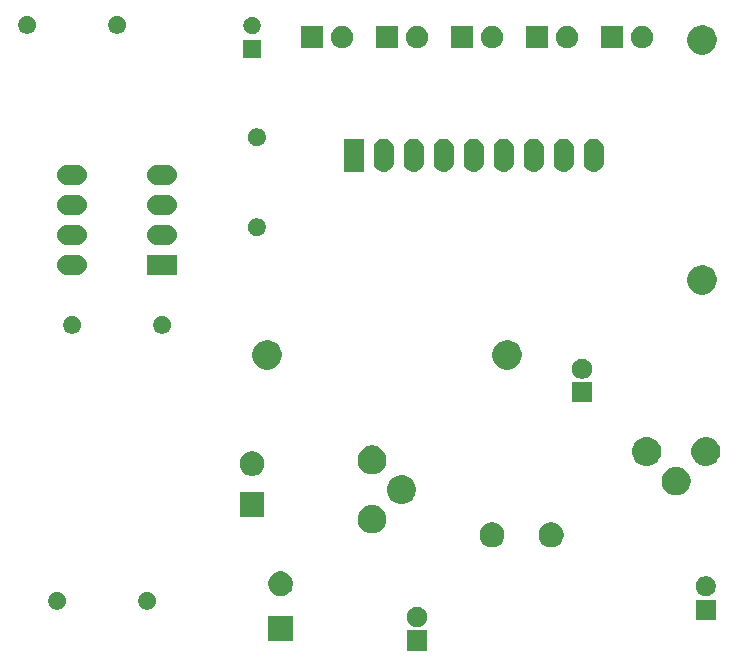
<source format=gbr>
G04 #@! TF.GenerationSoftware,KiCad,Pcbnew,5.1.5-52549c5~84~ubuntu18.04.1*
G04 #@! TF.CreationDate,2020-01-31T14:03:47+00:00*
G04 #@! TF.ProjectId,BrocheDisco,42726f63-6865-4446-9973-636f2e6b6963,rev?*
G04 #@! TF.SameCoordinates,Original*
G04 #@! TF.FileFunction,Soldermask,Bot*
G04 #@! TF.FilePolarity,Negative*
%FSLAX46Y46*%
G04 Gerber Fmt 4.6, Leading zero omitted, Abs format (unit mm)*
G04 Created by KiCad (PCBNEW 5.1.5-52549c5~84~ubuntu18.04.1) date 2020-01-31 14:03:47*
%MOMM*%
%LPD*%
G04 APERTURE LIST*
%ADD10C,0.100000*%
G04 APERTURE END LIST*
D10*
G36*
X156411000Y-106851000D02*
G01*
X154709000Y-106851000D01*
X154709000Y-105149000D01*
X156411000Y-105149000D01*
X156411000Y-106851000D01*
G37*
G36*
X145050490Y-106050490D02*
G01*
X142949510Y-106050490D01*
X142949510Y-103949510D01*
X145050490Y-103949510D01*
X145050490Y-106050490D01*
G37*
G36*
X155808228Y-103181703D02*
G01*
X155963100Y-103245853D01*
X156102481Y-103338985D01*
X156221015Y-103457519D01*
X156314147Y-103596900D01*
X156378297Y-103751772D01*
X156411000Y-103916184D01*
X156411000Y-104083816D01*
X156378297Y-104248228D01*
X156314147Y-104403100D01*
X156221015Y-104542481D01*
X156102481Y-104661015D01*
X155963100Y-104754147D01*
X155808228Y-104818297D01*
X155643816Y-104851000D01*
X155476184Y-104851000D01*
X155311772Y-104818297D01*
X155156900Y-104754147D01*
X155017519Y-104661015D01*
X154898985Y-104542481D01*
X154805853Y-104403100D01*
X154741703Y-104248228D01*
X154709000Y-104083816D01*
X154709000Y-103916184D01*
X154741703Y-103751772D01*
X154805853Y-103596900D01*
X154898985Y-103457519D01*
X155017519Y-103338985D01*
X155156900Y-103245853D01*
X155311772Y-103181703D01*
X155476184Y-103149000D01*
X155643816Y-103149000D01*
X155808228Y-103181703D01*
G37*
G36*
X180851000Y-104261000D02*
G01*
X179149000Y-104261000D01*
X179149000Y-102559000D01*
X180851000Y-102559000D01*
X180851000Y-104261000D01*
G37*
G36*
X125299059Y-101922860D02*
G01*
X125435732Y-101979472D01*
X125558735Y-102061660D01*
X125663340Y-102166265D01*
X125745528Y-102289268D01*
X125802140Y-102425941D01*
X125831000Y-102571033D01*
X125831000Y-102718967D01*
X125802140Y-102864059D01*
X125745528Y-103000732D01*
X125663340Y-103123735D01*
X125558735Y-103228340D01*
X125435732Y-103310528D01*
X125435731Y-103310529D01*
X125435730Y-103310529D01*
X125299059Y-103367140D01*
X125153968Y-103396000D01*
X125006032Y-103396000D01*
X124860941Y-103367140D01*
X124724270Y-103310529D01*
X124724269Y-103310529D01*
X124724268Y-103310528D01*
X124601265Y-103228340D01*
X124496660Y-103123735D01*
X124414472Y-103000732D01*
X124357860Y-102864059D01*
X124329000Y-102718967D01*
X124329000Y-102571033D01*
X124357860Y-102425941D01*
X124414472Y-102289268D01*
X124496660Y-102166265D01*
X124601265Y-102061660D01*
X124724268Y-101979472D01*
X124860941Y-101922860D01*
X125006032Y-101894000D01*
X125153968Y-101894000D01*
X125299059Y-101922860D01*
G37*
G36*
X132919059Y-101922860D02*
G01*
X133055732Y-101979472D01*
X133178735Y-102061660D01*
X133283340Y-102166265D01*
X133365528Y-102289268D01*
X133422140Y-102425941D01*
X133451000Y-102571033D01*
X133451000Y-102718967D01*
X133422140Y-102864059D01*
X133365528Y-103000732D01*
X133283340Y-103123735D01*
X133178735Y-103228340D01*
X133055732Y-103310528D01*
X133055731Y-103310529D01*
X133055730Y-103310529D01*
X132919059Y-103367140D01*
X132773968Y-103396000D01*
X132626032Y-103396000D01*
X132480941Y-103367140D01*
X132344270Y-103310529D01*
X132344269Y-103310529D01*
X132344268Y-103310528D01*
X132221265Y-103228340D01*
X132116660Y-103123735D01*
X132034472Y-103000732D01*
X131977860Y-102864059D01*
X131949000Y-102718967D01*
X131949000Y-102571033D01*
X131977860Y-102425941D01*
X132034472Y-102289268D01*
X132116660Y-102166265D01*
X132221265Y-102061660D01*
X132344268Y-101979472D01*
X132480941Y-101922860D01*
X132626032Y-101894000D01*
X132773968Y-101894000D01*
X132919059Y-101922860D01*
G37*
G36*
X180248228Y-100591703D02*
G01*
X180403100Y-100655853D01*
X180542481Y-100748985D01*
X180661015Y-100867519D01*
X180754147Y-101006900D01*
X180818297Y-101161772D01*
X180851000Y-101326184D01*
X180851000Y-101493816D01*
X180818297Y-101658228D01*
X180754147Y-101813100D01*
X180661015Y-101952481D01*
X180542481Y-102071015D01*
X180403100Y-102164147D01*
X180248228Y-102228297D01*
X180083816Y-102261000D01*
X179916184Y-102261000D01*
X179751772Y-102228297D01*
X179596900Y-102164147D01*
X179457519Y-102071015D01*
X179338985Y-101952481D01*
X179245853Y-101813100D01*
X179181703Y-101658228D01*
X179149000Y-101493816D01*
X179149000Y-101326184D01*
X179181703Y-101161772D01*
X179245853Y-101006900D01*
X179338985Y-100867519D01*
X179457519Y-100748985D01*
X179596900Y-100655853D01*
X179751772Y-100591703D01*
X179916184Y-100559000D01*
X180083816Y-100559000D01*
X180248228Y-100591703D01*
G37*
G36*
X144306416Y-100179879D02*
G01*
X144497592Y-100259067D01*
X144497594Y-100259068D01*
X144669648Y-100374031D01*
X144815969Y-100520352D01*
X144863646Y-100591705D01*
X144930933Y-100692408D01*
X145010121Y-100883584D01*
X145050490Y-101086534D01*
X145050490Y-101293466D01*
X145010121Y-101496416D01*
X144930933Y-101687592D01*
X144930932Y-101687594D01*
X144815969Y-101859648D01*
X144669648Y-102005969D01*
X144497594Y-102120932D01*
X144497593Y-102120933D01*
X144497592Y-102120933D01*
X144306416Y-102200121D01*
X144103466Y-102240490D01*
X143896534Y-102240490D01*
X143693584Y-102200121D01*
X143502408Y-102120933D01*
X143502407Y-102120933D01*
X143502406Y-102120932D01*
X143330352Y-102005969D01*
X143184031Y-101859648D01*
X143069068Y-101687594D01*
X143069067Y-101687592D01*
X142989879Y-101496416D01*
X142949510Y-101293466D01*
X142949510Y-101086534D01*
X142989879Y-100883584D01*
X143069067Y-100692408D01*
X143136355Y-100591705D01*
X143184031Y-100520352D01*
X143330352Y-100374031D01*
X143502406Y-100259068D01*
X143502408Y-100259067D01*
X143693584Y-100179879D01*
X143896534Y-100139510D01*
X144103466Y-100139510D01*
X144306416Y-100179879D01*
G37*
G36*
X167216564Y-96049389D02*
G01*
X167407833Y-96128615D01*
X167407835Y-96128616D01*
X167579973Y-96243635D01*
X167726365Y-96390027D01*
X167841385Y-96562167D01*
X167920611Y-96753436D01*
X167961000Y-96956484D01*
X167961000Y-97163516D01*
X167920611Y-97366564D01*
X167841385Y-97557833D01*
X167841384Y-97557835D01*
X167726365Y-97729973D01*
X167579973Y-97876365D01*
X167407835Y-97991384D01*
X167407834Y-97991385D01*
X167407833Y-97991385D01*
X167216564Y-98070611D01*
X167013516Y-98111000D01*
X166806484Y-98111000D01*
X166603436Y-98070611D01*
X166412167Y-97991385D01*
X166412166Y-97991385D01*
X166412165Y-97991384D01*
X166240027Y-97876365D01*
X166093635Y-97729973D01*
X165978616Y-97557835D01*
X165978615Y-97557833D01*
X165899389Y-97366564D01*
X165859000Y-97163516D01*
X165859000Y-96956484D01*
X165899389Y-96753436D01*
X165978615Y-96562167D01*
X166093635Y-96390027D01*
X166240027Y-96243635D01*
X166412165Y-96128616D01*
X166412167Y-96128615D01*
X166603436Y-96049389D01*
X166806484Y-96009000D01*
X167013516Y-96009000D01*
X167216564Y-96049389D01*
G37*
G36*
X162216564Y-96049389D02*
G01*
X162407833Y-96128615D01*
X162407835Y-96128616D01*
X162579973Y-96243635D01*
X162726365Y-96390027D01*
X162841385Y-96562167D01*
X162920611Y-96753436D01*
X162961000Y-96956484D01*
X162961000Y-97163516D01*
X162920611Y-97366564D01*
X162841385Y-97557833D01*
X162841384Y-97557835D01*
X162726365Y-97729973D01*
X162579973Y-97876365D01*
X162407835Y-97991384D01*
X162407834Y-97991385D01*
X162407833Y-97991385D01*
X162216564Y-98070611D01*
X162013516Y-98111000D01*
X161806484Y-98111000D01*
X161603436Y-98070611D01*
X161412167Y-97991385D01*
X161412166Y-97991385D01*
X161412165Y-97991384D01*
X161240027Y-97876365D01*
X161093635Y-97729973D01*
X160978616Y-97557835D01*
X160978615Y-97557833D01*
X160899389Y-97366564D01*
X160859000Y-97163516D01*
X160859000Y-96956484D01*
X160899389Y-96753436D01*
X160978615Y-96562167D01*
X161093635Y-96390027D01*
X161240027Y-96243635D01*
X161412165Y-96128616D01*
X161412167Y-96128615D01*
X161603436Y-96049389D01*
X161806484Y-96009000D01*
X162013516Y-96009000D01*
X162216564Y-96049389D01*
G37*
G36*
X152106153Y-94535922D02*
G01*
X152198194Y-94574047D01*
X152328359Y-94627963D01*
X152528342Y-94761587D01*
X152698413Y-94931658D01*
X152832037Y-95131641D01*
X152885953Y-95261806D01*
X152924078Y-95353847D01*
X152971000Y-95589742D01*
X152971000Y-95830258D01*
X152927413Y-96049389D01*
X152924078Y-96066152D01*
X152832037Y-96288359D01*
X152698413Y-96488342D01*
X152528342Y-96658413D01*
X152328359Y-96792037D01*
X152198194Y-96845953D01*
X152106153Y-96884078D01*
X151988205Y-96907539D01*
X151870259Y-96931000D01*
X151629741Y-96931000D01*
X151511795Y-96907539D01*
X151393847Y-96884078D01*
X151301806Y-96845953D01*
X151171641Y-96792037D01*
X150971658Y-96658413D01*
X150801587Y-96488342D01*
X150667963Y-96288359D01*
X150575922Y-96066152D01*
X150572588Y-96049389D01*
X150529000Y-95830258D01*
X150529000Y-95589742D01*
X150575922Y-95353847D01*
X150614047Y-95261806D01*
X150667963Y-95131641D01*
X150801587Y-94931658D01*
X150971658Y-94761587D01*
X151171641Y-94627963D01*
X151301806Y-94574047D01*
X151393847Y-94535922D01*
X151511795Y-94512461D01*
X151629741Y-94489000D01*
X151870259Y-94489000D01*
X152106153Y-94535922D01*
G37*
G36*
X142641000Y-95571000D02*
G01*
X140539000Y-95571000D01*
X140539000Y-93469000D01*
X142641000Y-93469000D01*
X142641000Y-95571000D01*
G37*
G36*
X154488205Y-92012461D02*
G01*
X154606153Y-92035922D01*
X154690838Y-92071000D01*
X154828359Y-92127963D01*
X155028342Y-92261587D01*
X155198413Y-92431658D01*
X155332037Y-92631641D01*
X155385953Y-92761806D01*
X155424078Y-92853847D01*
X155471000Y-93089742D01*
X155471000Y-93330258D01*
X155424078Y-93566153D01*
X155385953Y-93658194D01*
X155332037Y-93788359D01*
X155198413Y-93988342D01*
X155028342Y-94158413D01*
X154828359Y-94292037D01*
X154698194Y-94345953D01*
X154606153Y-94384078D01*
X154370259Y-94431000D01*
X154129741Y-94431000D01*
X153893847Y-94384078D01*
X153801806Y-94345953D01*
X153671641Y-94292037D01*
X153471658Y-94158413D01*
X153301587Y-93988342D01*
X153167963Y-93788359D01*
X153114047Y-93658194D01*
X153075922Y-93566153D01*
X153029000Y-93330258D01*
X153029000Y-93089742D01*
X153075922Y-92853847D01*
X153114047Y-92761806D01*
X153167963Y-92631641D01*
X153301587Y-92431658D01*
X153471658Y-92261587D01*
X153671641Y-92127963D01*
X153809162Y-92071000D01*
X153893847Y-92035922D01*
X154129741Y-91989000D01*
X154370259Y-91989000D01*
X154488205Y-92012461D01*
G37*
G36*
X177738205Y-91302461D02*
G01*
X177856153Y-91325922D01*
X177948194Y-91364047D01*
X178078359Y-91417963D01*
X178278342Y-91551587D01*
X178448413Y-91721658D01*
X178582037Y-91921641D01*
X178594357Y-91951385D01*
X178674078Y-92143847D01*
X178721000Y-92379742D01*
X178721000Y-92620258D01*
X178674537Y-92853847D01*
X178674078Y-92856152D01*
X178582037Y-93078359D01*
X178448413Y-93278342D01*
X178278342Y-93448413D01*
X178078359Y-93582037D01*
X177948194Y-93635953D01*
X177856153Y-93674078D01*
X177620259Y-93721000D01*
X177379741Y-93721000D01*
X177143847Y-93674078D01*
X177051806Y-93635953D01*
X176921641Y-93582037D01*
X176721658Y-93448413D01*
X176551587Y-93278342D01*
X176417963Y-93078359D01*
X176325922Y-92856152D01*
X176325464Y-92853847D01*
X176279000Y-92620258D01*
X176279000Y-92379742D01*
X176325922Y-92143847D01*
X176405643Y-91951385D01*
X176417963Y-91921641D01*
X176551587Y-91721658D01*
X176721658Y-91551587D01*
X176921641Y-91417963D01*
X177051806Y-91364047D01*
X177143847Y-91325922D01*
X177261795Y-91302461D01*
X177379741Y-91279000D01*
X177620259Y-91279000D01*
X177738205Y-91302461D01*
G37*
G36*
X141896564Y-90009389D02*
G01*
X142087833Y-90088615D01*
X142087835Y-90088616D01*
X142135192Y-90120259D01*
X142259973Y-90203635D01*
X142406365Y-90350027D01*
X142521385Y-90522167D01*
X142600611Y-90713436D01*
X142641000Y-90916484D01*
X142641000Y-91123516D01*
X142600611Y-91326564D01*
X142521385Y-91517833D01*
X142521384Y-91517835D01*
X142406365Y-91689973D01*
X142259973Y-91836365D01*
X142087835Y-91951384D01*
X142087834Y-91951385D01*
X142087833Y-91951385D01*
X141896564Y-92030611D01*
X141693516Y-92071000D01*
X141486484Y-92071000D01*
X141283436Y-92030611D01*
X141092167Y-91951385D01*
X141092166Y-91951385D01*
X141092165Y-91951384D01*
X140920027Y-91836365D01*
X140773635Y-91689973D01*
X140658616Y-91517835D01*
X140658615Y-91517833D01*
X140579389Y-91326564D01*
X140539000Y-91123516D01*
X140539000Y-90916484D01*
X140579389Y-90713436D01*
X140658615Y-90522167D01*
X140773635Y-90350027D01*
X140920027Y-90203635D01*
X141044808Y-90120259D01*
X141092165Y-90088616D01*
X141092167Y-90088615D01*
X141283436Y-90009389D01*
X141486484Y-89969000D01*
X141693516Y-89969000D01*
X141896564Y-90009389D01*
G37*
G36*
X152106153Y-89535922D02*
G01*
X152198194Y-89574047D01*
X152328359Y-89627963D01*
X152528342Y-89761587D01*
X152698413Y-89931658D01*
X152832037Y-90131641D01*
X152861858Y-90203635D01*
X152924078Y-90353847D01*
X152971000Y-90589742D01*
X152971000Y-90830258D01*
X152924078Y-91066153D01*
X152900318Y-91123514D01*
X152832037Y-91288359D01*
X152698413Y-91488342D01*
X152528342Y-91658413D01*
X152328359Y-91792037D01*
X152198194Y-91845953D01*
X152106153Y-91884078D01*
X151870259Y-91931000D01*
X151629741Y-91931000D01*
X151393847Y-91884078D01*
X151301806Y-91845953D01*
X151171641Y-91792037D01*
X150971658Y-91658413D01*
X150801587Y-91488342D01*
X150667963Y-91288359D01*
X150599682Y-91123514D01*
X150575922Y-91066153D01*
X150529000Y-90830258D01*
X150529000Y-90589742D01*
X150575922Y-90353847D01*
X150638142Y-90203635D01*
X150667963Y-90131641D01*
X150801587Y-89931658D01*
X150971658Y-89761587D01*
X151171641Y-89627963D01*
X151301806Y-89574047D01*
X151393847Y-89535922D01*
X151629741Y-89489000D01*
X151870259Y-89489000D01*
X152106153Y-89535922D01*
G37*
G36*
X180238205Y-88802461D02*
G01*
X180356153Y-88825922D01*
X180448194Y-88864047D01*
X180578359Y-88917963D01*
X180778342Y-89051587D01*
X180948413Y-89221658D01*
X181082037Y-89421641D01*
X181109938Y-89489000D01*
X181174078Y-89643847D01*
X181221000Y-89879742D01*
X181221000Y-90120258D01*
X181174537Y-90353847D01*
X181174078Y-90356152D01*
X181082037Y-90578359D01*
X180948413Y-90778342D01*
X180778342Y-90948413D01*
X180578359Y-91082037D01*
X180448194Y-91135953D01*
X180356153Y-91174078D01*
X180120259Y-91221000D01*
X179879741Y-91221000D01*
X179761795Y-91197539D01*
X179643847Y-91174078D01*
X179551806Y-91135953D01*
X179421641Y-91082037D01*
X179221658Y-90948413D01*
X179051587Y-90778342D01*
X178917963Y-90578359D01*
X178825922Y-90356152D01*
X178825464Y-90353847D01*
X178779000Y-90120258D01*
X178779000Y-89879742D01*
X178825922Y-89643847D01*
X178890062Y-89489000D01*
X178917963Y-89421641D01*
X179051587Y-89221658D01*
X179221658Y-89051587D01*
X179421641Y-88917963D01*
X179551806Y-88864047D01*
X179643847Y-88825922D01*
X179761795Y-88802461D01*
X179879741Y-88779000D01*
X180120259Y-88779000D01*
X180238205Y-88802461D01*
G37*
G36*
X175238205Y-88802461D02*
G01*
X175356153Y-88825922D01*
X175448194Y-88864047D01*
X175578359Y-88917963D01*
X175778342Y-89051587D01*
X175948413Y-89221658D01*
X176082037Y-89421641D01*
X176109938Y-89489000D01*
X176174078Y-89643847D01*
X176221000Y-89879742D01*
X176221000Y-90120258D01*
X176174537Y-90353847D01*
X176174078Y-90356152D01*
X176082037Y-90578359D01*
X175948413Y-90778342D01*
X175778342Y-90948413D01*
X175578359Y-91082037D01*
X175448194Y-91135953D01*
X175356153Y-91174078D01*
X175120259Y-91221000D01*
X174879741Y-91221000D01*
X174761795Y-91197539D01*
X174643847Y-91174078D01*
X174551806Y-91135953D01*
X174421641Y-91082037D01*
X174221658Y-90948413D01*
X174051587Y-90778342D01*
X173917963Y-90578359D01*
X173825922Y-90356152D01*
X173825464Y-90353847D01*
X173779000Y-90120258D01*
X173779000Y-89879742D01*
X173825922Y-89643847D01*
X173890062Y-89489000D01*
X173917963Y-89421641D01*
X174051587Y-89221658D01*
X174221658Y-89051587D01*
X174421641Y-88917963D01*
X174551806Y-88864047D01*
X174643847Y-88825922D01*
X174761795Y-88802461D01*
X174879741Y-88779000D01*
X175120259Y-88779000D01*
X175238205Y-88802461D01*
G37*
G36*
X170381000Y-85851000D02*
G01*
X168679000Y-85851000D01*
X168679000Y-84149000D01*
X170381000Y-84149000D01*
X170381000Y-85851000D01*
G37*
G36*
X169778228Y-82181703D02*
G01*
X169933100Y-82245853D01*
X170072481Y-82338985D01*
X170191015Y-82457519D01*
X170284147Y-82596900D01*
X170348297Y-82751772D01*
X170381000Y-82916184D01*
X170381000Y-83083816D01*
X170348297Y-83248228D01*
X170284147Y-83403100D01*
X170191015Y-83542481D01*
X170072481Y-83661015D01*
X169933100Y-83754147D01*
X169778228Y-83818297D01*
X169613816Y-83851000D01*
X169446184Y-83851000D01*
X169281772Y-83818297D01*
X169126900Y-83754147D01*
X168987519Y-83661015D01*
X168868985Y-83542481D01*
X168775853Y-83403100D01*
X168711703Y-83248228D01*
X168679000Y-83083816D01*
X168679000Y-82916184D01*
X168711703Y-82751772D01*
X168775853Y-82596900D01*
X168868985Y-82457519D01*
X168987519Y-82338985D01*
X169126900Y-82245853D01*
X169281772Y-82181703D01*
X169446184Y-82149000D01*
X169613816Y-82149000D01*
X169778228Y-82181703D01*
G37*
G36*
X143224903Y-80617075D02*
G01*
X143452571Y-80711378D01*
X143657466Y-80848285D01*
X143831715Y-81022534D01*
X143968622Y-81227429D01*
X144062925Y-81455097D01*
X144111000Y-81696787D01*
X144111000Y-81943213D01*
X144062925Y-82184903D01*
X143968622Y-82412571D01*
X143831715Y-82617466D01*
X143657466Y-82791715D01*
X143452571Y-82928622D01*
X143452570Y-82928623D01*
X143452569Y-82928623D01*
X143224903Y-83022925D01*
X142983214Y-83071000D01*
X142736786Y-83071000D01*
X142495097Y-83022925D01*
X142267431Y-82928623D01*
X142267430Y-82928623D01*
X142267429Y-82928622D01*
X142062534Y-82791715D01*
X141888285Y-82617466D01*
X141751378Y-82412571D01*
X141657075Y-82184903D01*
X141609000Y-81943213D01*
X141609000Y-81696787D01*
X141657075Y-81455097D01*
X141751378Y-81227429D01*
X141888285Y-81022534D01*
X142062534Y-80848285D01*
X142267429Y-80711378D01*
X142495097Y-80617075D01*
X142736786Y-80569000D01*
X142983214Y-80569000D01*
X143224903Y-80617075D01*
G37*
G36*
X163544903Y-80617075D02*
G01*
X163772571Y-80711378D01*
X163977466Y-80848285D01*
X164151715Y-81022534D01*
X164288622Y-81227429D01*
X164382925Y-81455097D01*
X164431000Y-81696787D01*
X164431000Y-81943213D01*
X164382925Y-82184903D01*
X164288622Y-82412571D01*
X164151715Y-82617466D01*
X163977466Y-82791715D01*
X163772571Y-82928622D01*
X163772570Y-82928623D01*
X163772569Y-82928623D01*
X163544903Y-83022925D01*
X163303214Y-83071000D01*
X163056786Y-83071000D01*
X162815097Y-83022925D01*
X162587431Y-82928623D01*
X162587430Y-82928623D01*
X162587429Y-82928622D01*
X162382534Y-82791715D01*
X162208285Y-82617466D01*
X162071378Y-82412571D01*
X161977075Y-82184903D01*
X161929000Y-81943213D01*
X161929000Y-81696787D01*
X161977075Y-81455097D01*
X162071378Y-81227429D01*
X162208285Y-81022534D01*
X162382534Y-80848285D01*
X162587429Y-80711378D01*
X162815097Y-80617075D01*
X163056786Y-80569000D01*
X163303214Y-80569000D01*
X163544903Y-80617075D01*
G37*
G36*
X134189059Y-78557860D02*
G01*
X134325732Y-78614472D01*
X134448735Y-78696660D01*
X134553340Y-78801265D01*
X134635528Y-78924268D01*
X134692140Y-79060941D01*
X134721000Y-79206033D01*
X134721000Y-79353967D01*
X134692140Y-79499059D01*
X134635528Y-79635732D01*
X134553340Y-79758735D01*
X134448735Y-79863340D01*
X134325732Y-79945528D01*
X134325731Y-79945529D01*
X134325730Y-79945529D01*
X134189059Y-80002140D01*
X134043968Y-80031000D01*
X133896032Y-80031000D01*
X133750941Y-80002140D01*
X133614270Y-79945529D01*
X133614269Y-79945529D01*
X133614268Y-79945528D01*
X133491265Y-79863340D01*
X133386660Y-79758735D01*
X133304472Y-79635732D01*
X133247860Y-79499059D01*
X133219000Y-79353967D01*
X133219000Y-79206033D01*
X133247860Y-79060941D01*
X133304472Y-78924268D01*
X133386660Y-78801265D01*
X133491265Y-78696660D01*
X133614268Y-78614472D01*
X133750941Y-78557860D01*
X133896032Y-78529000D01*
X134043968Y-78529000D01*
X134189059Y-78557860D01*
G37*
G36*
X126569059Y-78557860D02*
G01*
X126705732Y-78614472D01*
X126828735Y-78696660D01*
X126933340Y-78801265D01*
X127015528Y-78924268D01*
X127072140Y-79060941D01*
X127101000Y-79206033D01*
X127101000Y-79353967D01*
X127072140Y-79499059D01*
X127015528Y-79635732D01*
X126933340Y-79758735D01*
X126828735Y-79863340D01*
X126705732Y-79945528D01*
X126705731Y-79945529D01*
X126705730Y-79945529D01*
X126569059Y-80002140D01*
X126423968Y-80031000D01*
X126276032Y-80031000D01*
X126130941Y-80002140D01*
X125994270Y-79945529D01*
X125994269Y-79945529D01*
X125994268Y-79945528D01*
X125871265Y-79863340D01*
X125766660Y-79758735D01*
X125684472Y-79635732D01*
X125627860Y-79499059D01*
X125599000Y-79353967D01*
X125599000Y-79206033D01*
X125627860Y-79060941D01*
X125684472Y-78924268D01*
X125766660Y-78801265D01*
X125871265Y-78696660D01*
X125994268Y-78614472D01*
X126130941Y-78557860D01*
X126276032Y-78529000D01*
X126423968Y-78529000D01*
X126569059Y-78557860D01*
G37*
G36*
X180054903Y-74267075D02*
G01*
X180282571Y-74361378D01*
X180487466Y-74498285D01*
X180661715Y-74672534D01*
X180798622Y-74877429D01*
X180892925Y-75105097D01*
X180941000Y-75346787D01*
X180941000Y-75593213D01*
X180892925Y-75834903D01*
X180798622Y-76062571D01*
X180661715Y-76267466D01*
X180487466Y-76441715D01*
X180282571Y-76578622D01*
X180282570Y-76578623D01*
X180282569Y-76578623D01*
X180054903Y-76672925D01*
X179813214Y-76721000D01*
X179566786Y-76721000D01*
X179325097Y-76672925D01*
X179097431Y-76578623D01*
X179097430Y-76578623D01*
X179097429Y-76578622D01*
X178892534Y-76441715D01*
X178718285Y-76267466D01*
X178581378Y-76062571D01*
X178487075Y-75834903D01*
X178439000Y-75593213D01*
X178439000Y-75346787D01*
X178487075Y-75105097D01*
X178581378Y-74877429D01*
X178718285Y-74672534D01*
X178892534Y-74498285D01*
X179097429Y-74361378D01*
X179325097Y-74267075D01*
X179566786Y-74219000D01*
X179813214Y-74219000D01*
X180054903Y-74267075D01*
G37*
G36*
X126916823Y-73361313D02*
G01*
X127077242Y-73409976D01*
X127209906Y-73480886D01*
X127225078Y-73488996D01*
X127354659Y-73595341D01*
X127461004Y-73724922D01*
X127461005Y-73724924D01*
X127540024Y-73872758D01*
X127588687Y-74033177D01*
X127605117Y-74200000D01*
X127588687Y-74366823D01*
X127540024Y-74527242D01*
X127469114Y-74659906D01*
X127461004Y-74675078D01*
X127354659Y-74804659D01*
X127225078Y-74911004D01*
X127225076Y-74911005D01*
X127077242Y-74990024D01*
X126916823Y-75038687D01*
X126791804Y-75051000D01*
X125908196Y-75051000D01*
X125783177Y-75038687D01*
X125622758Y-74990024D01*
X125474924Y-74911005D01*
X125474922Y-74911004D01*
X125345341Y-74804659D01*
X125238996Y-74675078D01*
X125230886Y-74659906D01*
X125159976Y-74527242D01*
X125111313Y-74366823D01*
X125094883Y-74200000D01*
X125111313Y-74033177D01*
X125159976Y-73872758D01*
X125238995Y-73724924D01*
X125238996Y-73724922D01*
X125345341Y-73595341D01*
X125474922Y-73488996D01*
X125490094Y-73480886D01*
X125622758Y-73409976D01*
X125783177Y-73361313D01*
X125908196Y-73349000D01*
X126791804Y-73349000D01*
X126916823Y-73361313D01*
G37*
G36*
X135221000Y-75051000D02*
G01*
X132719000Y-75051000D01*
X132719000Y-73349000D01*
X135221000Y-73349000D01*
X135221000Y-75051000D01*
G37*
G36*
X134536823Y-70821313D02*
G01*
X134697242Y-70869976D01*
X134802115Y-70926032D01*
X134845078Y-70948996D01*
X134974659Y-71055341D01*
X135081004Y-71184922D01*
X135081005Y-71184924D01*
X135160024Y-71332758D01*
X135208687Y-71493177D01*
X135225117Y-71660000D01*
X135208687Y-71826823D01*
X135160024Y-71987242D01*
X135089114Y-72119906D01*
X135081004Y-72135078D01*
X134974659Y-72264659D01*
X134845078Y-72371004D01*
X134845076Y-72371005D01*
X134697242Y-72450024D01*
X134536823Y-72498687D01*
X134411804Y-72511000D01*
X133528196Y-72511000D01*
X133403177Y-72498687D01*
X133242758Y-72450024D01*
X133094924Y-72371005D01*
X133094922Y-72371004D01*
X132965341Y-72264659D01*
X132858996Y-72135078D01*
X132850886Y-72119906D01*
X132779976Y-71987242D01*
X132731313Y-71826823D01*
X132714883Y-71660000D01*
X132731313Y-71493177D01*
X132779976Y-71332758D01*
X132858995Y-71184924D01*
X132858996Y-71184922D01*
X132965341Y-71055341D01*
X133094922Y-70948996D01*
X133137885Y-70926032D01*
X133242758Y-70869976D01*
X133403177Y-70821313D01*
X133528196Y-70809000D01*
X134411804Y-70809000D01*
X134536823Y-70821313D01*
G37*
G36*
X126916823Y-70821313D02*
G01*
X127077242Y-70869976D01*
X127182115Y-70926032D01*
X127225078Y-70948996D01*
X127354659Y-71055341D01*
X127461004Y-71184922D01*
X127461005Y-71184924D01*
X127540024Y-71332758D01*
X127588687Y-71493177D01*
X127605117Y-71660000D01*
X127588687Y-71826823D01*
X127540024Y-71987242D01*
X127469114Y-72119906D01*
X127461004Y-72135078D01*
X127354659Y-72264659D01*
X127225078Y-72371004D01*
X127225076Y-72371005D01*
X127077242Y-72450024D01*
X126916823Y-72498687D01*
X126791804Y-72511000D01*
X125908196Y-72511000D01*
X125783177Y-72498687D01*
X125622758Y-72450024D01*
X125474924Y-72371005D01*
X125474922Y-72371004D01*
X125345341Y-72264659D01*
X125238996Y-72135078D01*
X125230886Y-72119906D01*
X125159976Y-71987242D01*
X125111313Y-71826823D01*
X125094883Y-71660000D01*
X125111313Y-71493177D01*
X125159976Y-71332758D01*
X125238995Y-71184924D01*
X125238996Y-71184922D01*
X125345341Y-71055341D01*
X125474922Y-70948996D01*
X125517885Y-70926032D01*
X125622758Y-70869976D01*
X125783177Y-70821313D01*
X125908196Y-70809000D01*
X126791804Y-70809000D01*
X126916823Y-70821313D01*
G37*
G36*
X142219059Y-70277860D02*
G01*
X142355732Y-70334472D01*
X142478735Y-70416660D01*
X142583340Y-70521265D01*
X142665528Y-70644268D01*
X142722140Y-70780941D01*
X142751000Y-70926033D01*
X142751000Y-71073967D01*
X142722140Y-71219059D01*
X142665528Y-71355732D01*
X142583340Y-71478735D01*
X142478735Y-71583340D01*
X142355732Y-71665528D01*
X142355731Y-71665529D01*
X142355730Y-71665529D01*
X142219059Y-71722140D01*
X142073968Y-71751000D01*
X141926032Y-71751000D01*
X141780941Y-71722140D01*
X141644270Y-71665529D01*
X141644269Y-71665529D01*
X141644268Y-71665528D01*
X141521265Y-71583340D01*
X141416660Y-71478735D01*
X141334472Y-71355732D01*
X141277860Y-71219059D01*
X141249000Y-71073967D01*
X141249000Y-70926033D01*
X141277860Y-70780941D01*
X141334472Y-70644268D01*
X141416660Y-70521265D01*
X141521265Y-70416660D01*
X141644268Y-70334472D01*
X141780941Y-70277860D01*
X141926032Y-70249000D01*
X142073968Y-70249000D01*
X142219059Y-70277860D01*
G37*
G36*
X134536823Y-68281313D02*
G01*
X134697242Y-68329976D01*
X134829906Y-68400886D01*
X134845078Y-68408996D01*
X134974659Y-68515341D01*
X135081004Y-68644922D01*
X135081005Y-68644924D01*
X135160024Y-68792758D01*
X135208687Y-68953177D01*
X135225117Y-69120000D01*
X135208687Y-69286823D01*
X135160024Y-69447242D01*
X135089114Y-69579906D01*
X135081004Y-69595078D01*
X134974659Y-69724659D01*
X134845078Y-69831004D01*
X134845076Y-69831005D01*
X134697242Y-69910024D01*
X134536823Y-69958687D01*
X134411804Y-69971000D01*
X133528196Y-69971000D01*
X133403177Y-69958687D01*
X133242758Y-69910024D01*
X133094924Y-69831005D01*
X133094922Y-69831004D01*
X132965341Y-69724659D01*
X132858996Y-69595078D01*
X132850886Y-69579906D01*
X132779976Y-69447242D01*
X132731313Y-69286823D01*
X132714883Y-69120000D01*
X132731313Y-68953177D01*
X132779976Y-68792758D01*
X132858995Y-68644924D01*
X132858996Y-68644922D01*
X132965341Y-68515341D01*
X133094922Y-68408996D01*
X133110094Y-68400886D01*
X133242758Y-68329976D01*
X133403177Y-68281313D01*
X133528196Y-68269000D01*
X134411804Y-68269000D01*
X134536823Y-68281313D01*
G37*
G36*
X126916823Y-68281313D02*
G01*
X127077242Y-68329976D01*
X127209906Y-68400886D01*
X127225078Y-68408996D01*
X127354659Y-68515341D01*
X127461004Y-68644922D01*
X127461005Y-68644924D01*
X127540024Y-68792758D01*
X127588687Y-68953177D01*
X127605117Y-69120000D01*
X127588687Y-69286823D01*
X127540024Y-69447242D01*
X127469114Y-69579906D01*
X127461004Y-69595078D01*
X127354659Y-69724659D01*
X127225078Y-69831004D01*
X127225076Y-69831005D01*
X127077242Y-69910024D01*
X126916823Y-69958687D01*
X126791804Y-69971000D01*
X125908196Y-69971000D01*
X125783177Y-69958687D01*
X125622758Y-69910024D01*
X125474924Y-69831005D01*
X125474922Y-69831004D01*
X125345341Y-69724659D01*
X125238996Y-69595078D01*
X125230886Y-69579906D01*
X125159976Y-69447242D01*
X125111313Y-69286823D01*
X125094883Y-69120000D01*
X125111313Y-68953177D01*
X125159976Y-68792758D01*
X125238995Y-68644924D01*
X125238996Y-68644922D01*
X125345341Y-68515341D01*
X125474922Y-68408996D01*
X125490094Y-68400886D01*
X125622758Y-68329976D01*
X125783177Y-68281313D01*
X125908196Y-68269000D01*
X126791804Y-68269000D01*
X126916823Y-68281313D01*
G37*
G36*
X134536823Y-65741313D02*
G01*
X134697242Y-65789976D01*
X134829906Y-65860886D01*
X134845078Y-65868996D01*
X134974659Y-65975341D01*
X135081004Y-66104922D01*
X135081005Y-66104924D01*
X135160024Y-66252758D01*
X135160025Y-66252761D01*
X135169083Y-66282620D01*
X135208687Y-66413177D01*
X135225117Y-66580000D01*
X135208687Y-66746823D01*
X135160024Y-66907242D01*
X135089114Y-67039906D01*
X135081004Y-67055078D01*
X134974659Y-67184659D01*
X134845078Y-67291004D01*
X134845076Y-67291005D01*
X134697242Y-67370024D01*
X134536823Y-67418687D01*
X134411804Y-67431000D01*
X133528196Y-67431000D01*
X133403177Y-67418687D01*
X133242758Y-67370024D01*
X133094924Y-67291005D01*
X133094922Y-67291004D01*
X132965341Y-67184659D01*
X132858996Y-67055078D01*
X132850886Y-67039906D01*
X132779976Y-66907242D01*
X132731313Y-66746823D01*
X132714883Y-66580000D01*
X132731313Y-66413177D01*
X132770917Y-66282620D01*
X132779975Y-66252761D01*
X132779976Y-66252758D01*
X132858995Y-66104924D01*
X132858996Y-66104922D01*
X132965341Y-65975341D01*
X133094922Y-65868996D01*
X133110094Y-65860886D01*
X133242758Y-65789976D01*
X133403177Y-65741313D01*
X133528196Y-65729000D01*
X134411804Y-65729000D01*
X134536823Y-65741313D01*
G37*
G36*
X126916823Y-65741313D02*
G01*
X127077242Y-65789976D01*
X127209906Y-65860886D01*
X127225078Y-65868996D01*
X127354659Y-65975341D01*
X127461004Y-66104922D01*
X127461005Y-66104924D01*
X127540024Y-66252758D01*
X127540025Y-66252761D01*
X127549083Y-66282620D01*
X127588687Y-66413177D01*
X127605117Y-66580000D01*
X127588687Y-66746823D01*
X127540024Y-66907242D01*
X127469114Y-67039906D01*
X127461004Y-67055078D01*
X127354659Y-67184659D01*
X127225078Y-67291004D01*
X127225076Y-67291005D01*
X127077242Y-67370024D01*
X126916823Y-67418687D01*
X126791804Y-67431000D01*
X125908196Y-67431000D01*
X125783177Y-67418687D01*
X125622758Y-67370024D01*
X125474924Y-67291005D01*
X125474922Y-67291004D01*
X125345341Y-67184659D01*
X125238996Y-67055078D01*
X125230886Y-67039906D01*
X125159976Y-66907242D01*
X125111313Y-66746823D01*
X125094883Y-66580000D01*
X125111313Y-66413177D01*
X125150917Y-66282620D01*
X125159975Y-66252761D01*
X125159976Y-66252758D01*
X125238995Y-66104924D01*
X125238996Y-66104922D01*
X125345341Y-65975341D01*
X125474922Y-65868996D01*
X125490094Y-65860886D01*
X125622758Y-65789976D01*
X125783177Y-65741313D01*
X125908196Y-65729000D01*
X126791804Y-65729000D01*
X126916823Y-65741313D01*
G37*
G36*
X168136822Y-63531313D02*
G01*
X168297241Y-63579976D01*
X168445077Y-63658995D01*
X168574659Y-63765341D01*
X168681004Y-63894922D01*
X168681005Y-63894924D01*
X168760024Y-64042758D01*
X168808687Y-64203177D01*
X168821000Y-64328196D01*
X168821000Y-65511804D01*
X168808687Y-65636823D01*
X168808686Y-65636825D01*
X168762229Y-65789975D01*
X168760024Y-65797242D01*
X168689114Y-65929906D01*
X168681004Y-65945078D01*
X168574659Y-66074659D01*
X168445078Y-66181004D01*
X168445076Y-66181005D01*
X168297242Y-66260024D01*
X168136823Y-66308687D01*
X167970000Y-66325117D01*
X167803178Y-66308687D01*
X167642759Y-66260024D01*
X167494925Y-66181005D01*
X167494923Y-66181004D01*
X167365342Y-66074659D01*
X167258997Y-65945078D01*
X167250887Y-65929906D01*
X167179977Y-65797242D01*
X167177773Y-65789975D01*
X167131315Y-65636825D01*
X167131314Y-65636823D01*
X167119001Y-65511804D01*
X167119000Y-64328197D01*
X167131313Y-64203178D01*
X167179976Y-64042759D01*
X167258995Y-63894923D01*
X167365341Y-63765341D01*
X167494922Y-63658996D01*
X167510094Y-63650886D01*
X167642758Y-63579976D01*
X167803177Y-63531313D01*
X167970000Y-63514883D01*
X168136822Y-63531313D01*
G37*
G36*
X152896822Y-63531313D02*
G01*
X153057241Y-63579976D01*
X153205077Y-63658995D01*
X153334659Y-63765341D01*
X153441004Y-63894922D01*
X153441005Y-63894924D01*
X153520024Y-64042758D01*
X153568687Y-64203177D01*
X153581000Y-64328196D01*
X153581000Y-65511804D01*
X153568687Y-65636823D01*
X153568686Y-65636825D01*
X153522229Y-65789975D01*
X153520024Y-65797242D01*
X153449114Y-65929906D01*
X153441004Y-65945078D01*
X153334659Y-66074659D01*
X153205078Y-66181004D01*
X153205076Y-66181005D01*
X153057242Y-66260024D01*
X152896823Y-66308687D01*
X152730000Y-66325117D01*
X152563178Y-66308687D01*
X152402759Y-66260024D01*
X152254925Y-66181005D01*
X152254923Y-66181004D01*
X152125342Y-66074659D01*
X152018997Y-65945078D01*
X152010887Y-65929906D01*
X151939977Y-65797242D01*
X151937773Y-65789975D01*
X151891315Y-65636825D01*
X151891314Y-65636823D01*
X151879001Y-65511804D01*
X151879000Y-64328197D01*
X151891313Y-64203178D01*
X151939976Y-64042759D01*
X152018995Y-63894923D01*
X152125341Y-63765341D01*
X152254922Y-63658996D01*
X152270094Y-63650886D01*
X152402758Y-63579976D01*
X152563177Y-63531313D01*
X152730000Y-63514883D01*
X152896822Y-63531313D01*
G37*
G36*
X155436822Y-63531313D02*
G01*
X155597241Y-63579976D01*
X155745077Y-63658995D01*
X155874659Y-63765341D01*
X155981004Y-63894922D01*
X155981005Y-63894924D01*
X156060024Y-64042758D01*
X156108687Y-64203177D01*
X156121000Y-64328196D01*
X156121000Y-65511804D01*
X156108687Y-65636823D01*
X156108686Y-65636825D01*
X156062229Y-65789975D01*
X156060024Y-65797242D01*
X155989114Y-65929906D01*
X155981004Y-65945078D01*
X155874659Y-66074659D01*
X155745078Y-66181004D01*
X155745076Y-66181005D01*
X155597242Y-66260024D01*
X155436823Y-66308687D01*
X155270000Y-66325117D01*
X155103178Y-66308687D01*
X154942759Y-66260024D01*
X154794925Y-66181005D01*
X154794923Y-66181004D01*
X154665342Y-66074659D01*
X154558997Y-65945078D01*
X154550887Y-65929906D01*
X154479977Y-65797242D01*
X154477773Y-65789975D01*
X154431315Y-65636825D01*
X154431314Y-65636823D01*
X154419001Y-65511804D01*
X154419000Y-64328197D01*
X154431313Y-64203178D01*
X154479976Y-64042759D01*
X154558995Y-63894923D01*
X154665341Y-63765341D01*
X154794922Y-63658996D01*
X154810094Y-63650886D01*
X154942758Y-63579976D01*
X155103177Y-63531313D01*
X155270000Y-63514883D01*
X155436822Y-63531313D01*
G37*
G36*
X157976822Y-63531313D02*
G01*
X158137241Y-63579976D01*
X158285077Y-63658995D01*
X158414659Y-63765341D01*
X158521004Y-63894922D01*
X158521005Y-63894924D01*
X158600024Y-64042758D01*
X158648687Y-64203177D01*
X158661000Y-64328196D01*
X158661000Y-65511804D01*
X158648687Y-65636823D01*
X158648686Y-65636825D01*
X158602229Y-65789975D01*
X158600024Y-65797242D01*
X158529114Y-65929906D01*
X158521004Y-65945078D01*
X158414659Y-66074659D01*
X158285078Y-66181004D01*
X158285076Y-66181005D01*
X158137242Y-66260024D01*
X157976823Y-66308687D01*
X157810000Y-66325117D01*
X157643178Y-66308687D01*
X157482759Y-66260024D01*
X157334925Y-66181005D01*
X157334923Y-66181004D01*
X157205342Y-66074659D01*
X157098997Y-65945078D01*
X157090887Y-65929906D01*
X157019977Y-65797242D01*
X157017773Y-65789975D01*
X156971315Y-65636825D01*
X156971314Y-65636823D01*
X156959001Y-65511804D01*
X156959000Y-64328197D01*
X156971313Y-64203178D01*
X157019976Y-64042759D01*
X157098995Y-63894923D01*
X157205341Y-63765341D01*
X157334922Y-63658996D01*
X157350094Y-63650886D01*
X157482758Y-63579976D01*
X157643177Y-63531313D01*
X157810000Y-63514883D01*
X157976822Y-63531313D01*
G37*
G36*
X160516822Y-63531313D02*
G01*
X160677241Y-63579976D01*
X160825077Y-63658995D01*
X160954659Y-63765341D01*
X161061004Y-63894922D01*
X161061005Y-63894924D01*
X161140024Y-64042758D01*
X161188687Y-64203177D01*
X161201000Y-64328196D01*
X161201000Y-65511804D01*
X161188687Y-65636823D01*
X161188686Y-65636825D01*
X161142229Y-65789975D01*
X161140024Y-65797242D01*
X161069114Y-65929906D01*
X161061004Y-65945078D01*
X160954659Y-66074659D01*
X160825078Y-66181004D01*
X160825076Y-66181005D01*
X160677242Y-66260024D01*
X160516823Y-66308687D01*
X160350000Y-66325117D01*
X160183178Y-66308687D01*
X160022759Y-66260024D01*
X159874925Y-66181005D01*
X159874923Y-66181004D01*
X159745342Y-66074659D01*
X159638997Y-65945078D01*
X159630887Y-65929906D01*
X159559977Y-65797242D01*
X159557773Y-65789975D01*
X159511315Y-65636825D01*
X159511314Y-65636823D01*
X159499001Y-65511804D01*
X159499000Y-64328197D01*
X159511313Y-64203178D01*
X159559976Y-64042759D01*
X159638995Y-63894923D01*
X159745341Y-63765341D01*
X159874922Y-63658996D01*
X159890094Y-63650886D01*
X160022758Y-63579976D01*
X160183177Y-63531313D01*
X160350000Y-63514883D01*
X160516822Y-63531313D01*
G37*
G36*
X163056822Y-63531313D02*
G01*
X163217241Y-63579976D01*
X163365077Y-63658995D01*
X163494659Y-63765341D01*
X163601004Y-63894922D01*
X163601005Y-63894924D01*
X163680024Y-64042758D01*
X163728687Y-64203177D01*
X163741000Y-64328196D01*
X163741000Y-65511804D01*
X163728687Y-65636823D01*
X163728686Y-65636825D01*
X163682229Y-65789975D01*
X163680024Y-65797242D01*
X163609114Y-65929906D01*
X163601004Y-65945078D01*
X163494659Y-66074659D01*
X163365078Y-66181004D01*
X163365076Y-66181005D01*
X163217242Y-66260024D01*
X163056823Y-66308687D01*
X162890000Y-66325117D01*
X162723178Y-66308687D01*
X162562759Y-66260024D01*
X162414925Y-66181005D01*
X162414923Y-66181004D01*
X162285342Y-66074659D01*
X162178997Y-65945078D01*
X162170887Y-65929906D01*
X162099977Y-65797242D01*
X162097773Y-65789975D01*
X162051315Y-65636825D01*
X162051314Y-65636823D01*
X162039001Y-65511804D01*
X162039000Y-64328197D01*
X162051313Y-64203178D01*
X162099976Y-64042759D01*
X162178995Y-63894923D01*
X162285341Y-63765341D01*
X162414922Y-63658996D01*
X162430094Y-63650886D01*
X162562758Y-63579976D01*
X162723177Y-63531313D01*
X162890000Y-63514883D01*
X163056822Y-63531313D01*
G37*
G36*
X165596822Y-63531313D02*
G01*
X165757241Y-63579976D01*
X165905077Y-63658995D01*
X166034659Y-63765341D01*
X166141004Y-63894922D01*
X166141005Y-63894924D01*
X166220024Y-64042758D01*
X166268687Y-64203177D01*
X166281000Y-64328196D01*
X166281000Y-65511804D01*
X166268687Y-65636823D01*
X166268686Y-65636825D01*
X166222229Y-65789975D01*
X166220024Y-65797242D01*
X166149114Y-65929906D01*
X166141004Y-65945078D01*
X166034659Y-66074659D01*
X165905078Y-66181004D01*
X165905076Y-66181005D01*
X165757242Y-66260024D01*
X165596823Y-66308687D01*
X165430000Y-66325117D01*
X165263178Y-66308687D01*
X165102759Y-66260024D01*
X164954925Y-66181005D01*
X164954923Y-66181004D01*
X164825342Y-66074659D01*
X164718997Y-65945078D01*
X164710887Y-65929906D01*
X164639977Y-65797242D01*
X164637773Y-65789975D01*
X164591315Y-65636825D01*
X164591314Y-65636823D01*
X164579001Y-65511804D01*
X164579000Y-64328197D01*
X164591313Y-64203178D01*
X164639976Y-64042759D01*
X164718995Y-63894923D01*
X164825341Y-63765341D01*
X164954922Y-63658996D01*
X164970094Y-63650886D01*
X165102758Y-63579976D01*
X165263177Y-63531313D01*
X165430000Y-63514883D01*
X165596822Y-63531313D01*
G37*
G36*
X170676822Y-63531313D02*
G01*
X170837241Y-63579976D01*
X170985077Y-63658995D01*
X171114659Y-63765341D01*
X171221004Y-63894922D01*
X171221005Y-63894924D01*
X171300024Y-64042758D01*
X171348687Y-64203177D01*
X171361000Y-64328196D01*
X171361000Y-65511804D01*
X171348687Y-65636823D01*
X171348686Y-65636825D01*
X171302229Y-65789975D01*
X171300024Y-65797242D01*
X171229114Y-65929906D01*
X171221004Y-65945078D01*
X171114659Y-66074659D01*
X170985078Y-66181004D01*
X170985076Y-66181005D01*
X170837242Y-66260024D01*
X170676823Y-66308687D01*
X170510000Y-66325117D01*
X170343178Y-66308687D01*
X170182759Y-66260024D01*
X170034925Y-66181005D01*
X170034923Y-66181004D01*
X169905342Y-66074659D01*
X169798997Y-65945078D01*
X169790887Y-65929906D01*
X169719977Y-65797242D01*
X169717773Y-65789975D01*
X169671315Y-65636825D01*
X169671314Y-65636823D01*
X169659001Y-65511804D01*
X169659000Y-64328197D01*
X169671313Y-64203178D01*
X169719976Y-64042759D01*
X169798995Y-63894923D01*
X169905341Y-63765341D01*
X170034922Y-63658996D01*
X170050094Y-63650886D01*
X170182758Y-63579976D01*
X170343177Y-63531313D01*
X170510000Y-63514883D01*
X170676822Y-63531313D01*
G37*
G36*
X151041000Y-66321000D02*
G01*
X149339000Y-66321000D01*
X149339000Y-63519000D01*
X151041000Y-63519000D01*
X151041000Y-66321000D01*
G37*
G36*
X142219059Y-62657860D02*
G01*
X142355732Y-62714472D01*
X142478735Y-62796660D01*
X142583340Y-62901265D01*
X142583341Y-62901267D01*
X142665529Y-63024270D01*
X142722140Y-63160941D01*
X142751000Y-63306032D01*
X142751000Y-63453968D01*
X142735615Y-63531313D01*
X142722140Y-63599059D01*
X142665528Y-63735732D01*
X142583340Y-63858735D01*
X142478735Y-63963340D01*
X142355732Y-64045528D01*
X142355731Y-64045529D01*
X142355730Y-64045529D01*
X142219059Y-64102140D01*
X142073968Y-64131000D01*
X141926032Y-64131000D01*
X141780941Y-64102140D01*
X141644270Y-64045529D01*
X141644269Y-64045529D01*
X141644268Y-64045528D01*
X141521265Y-63963340D01*
X141416660Y-63858735D01*
X141334472Y-63735732D01*
X141277860Y-63599059D01*
X141264385Y-63531313D01*
X141249000Y-63453968D01*
X141249000Y-63306032D01*
X141277860Y-63160941D01*
X141334471Y-63024270D01*
X141416659Y-62901267D01*
X141416660Y-62901265D01*
X141521265Y-62796660D01*
X141644268Y-62714472D01*
X141780941Y-62657860D01*
X141926032Y-62629000D01*
X142073968Y-62629000D01*
X142219059Y-62657860D01*
G37*
G36*
X142316000Y-56646000D02*
G01*
X140864000Y-56646000D01*
X140864000Y-55194000D01*
X142316000Y-55194000D01*
X142316000Y-56646000D01*
G37*
G36*
X180054903Y-53947075D02*
G01*
X180282571Y-54041378D01*
X180487466Y-54178285D01*
X180661715Y-54352534D01*
X180798622Y-54557429D01*
X180798623Y-54557431D01*
X180817142Y-54602140D01*
X180892925Y-54785097D01*
X180941000Y-55026787D01*
X180941000Y-55273213D01*
X180892925Y-55514903D01*
X180798622Y-55742571D01*
X180661715Y-55947466D01*
X180487466Y-56121715D01*
X180282571Y-56258622D01*
X180282570Y-56258623D01*
X180282569Y-56258623D01*
X180054903Y-56352925D01*
X179813214Y-56401000D01*
X179566786Y-56401000D01*
X179325097Y-56352925D01*
X179097431Y-56258623D01*
X179097430Y-56258623D01*
X179097429Y-56258622D01*
X178892534Y-56121715D01*
X178718285Y-55947466D01*
X178581378Y-55742571D01*
X178487075Y-55514903D01*
X178439000Y-55273213D01*
X178439000Y-55026787D01*
X178487075Y-54785097D01*
X178562858Y-54602140D01*
X178581377Y-54557431D01*
X178581378Y-54557429D01*
X178718285Y-54352534D01*
X178892534Y-54178285D01*
X179097429Y-54041378D01*
X179325097Y-53947075D01*
X179566786Y-53899000D01*
X179813214Y-53899000D01*
X180054903Y-53947075D01*
G37*
G36*
X166671000Y-55871000D02*
G01*
X164769000Y-55871000D01*
X164769000Y-53969000D01*
X166671000Y-53969000D01*
X166671000Y-55871000D01*
G37*
G36*
X155837395Y-54005546D02*
G01*
X156010466Y-54077234D01*
X156010467Y-54077235D01*
X156166227Y-54181310D01*
X156298690Y-54313773D01*
X156344809Y-54382796D01*
X156402766Y-54469534D01*
X156474454Y-54642605D01*
X156511000Y-54826333D01*
X156511000Y-55013667D01*
X156474454Y-55197395D01*
X156402766Y-55370466D01*
X156402765Y-55370467D01*
X156298690Y-55526227D01*
X156166227Y-55658690D01*
X156087818Y-55711081D01*
X156010466Y-55762766D01*
X155837395Y-55834454D01*
X155653667Y-55871000D01*
X155466333Y-55871000D01*
X155282605Y-55834454D01*
X155109534Y-55762766D01*
X155032182Y-55711081D01*
X154953773Y-55658690D01*
X154821310Y-55526227D01*
X154717235Y-55370467D01*
X154717234Y-55370466D01*
X154645546Y-55197395D01*
X154609000Y-55013667D01*
X154609000Y-54826333D01*
X154645546Y-54642605D01*
X154717234Y-54469534D01*
X154775191Y-54382796D01*
X154821310Y-54313773D01*
X154953773Y-54181310D01*
X155109533Y-54077235D01*
X155109534Y-54077234D01*
X155282605Y-54005546D01*
X155466333Y-53969000D01*
X155653667Y-53969000D01*
X155837395Y-54005546D01*
G37*
G36*
X153971000Y-55871000D02*
G01*
X152069000Y-55871000D01*
X152069000Y-53969000D01*
X153971000Y-53969000D01*
X153971000Y-55871000D01*
G37*
G36*
X147621000Y-55871000D02*
G01*
X145719000Y-55871000D01*
X145719000Y-53969000D01*
X147621000Y-53969000D01*
X147621000Y-55871000D01*
G37*
G36*
X149487395Y-54005546D02*
G01*
X149660466Y-54077234D01*
X149660467Y-54077235D01*
X149816227Y-54181310D01*
X149948690Y-54313773D01*
X149994809Y-54382796D01*
X150052766Y-54469534D01*
X150124454Y-54642605D01*
X150161000Y-54826333D01*
X150161000Y-55013667D01*
X150124454Y-55197395D01*
X150052766Y-55370466D01*
X150052765Y-55370467D01*
X149948690Y-55526227D01*
X149816227Y-55658690D01*
X149737818Y-55711081D01*
X149660466Y-55762766D01*
X149487395Y-55834454D01*
X149303667Y-55871000D01*
X149116333Y-55871000D01*
X148932605Y-55834454D01*
X148759534Y-55762766D01*
X148682182Y-55711081D01*
X148603773Y-55658690D01*
X148471310Y-55526227D01*
X148367235Y-55370467D01*
X148367234Y-55370466D01*
X148295546Y-55197395D01*
X148259000Y-55013667D01*
X148259000Y-54826333D01*
X148295546Y-54642605D01*
X148367234Y-54469534D01*
X148425191Y-54382796D01*
X148471310Y-54313773D01*
X148603773Y-54181310D01*
X148759533Y-54077235D01*
X148759534Y-54077234D01*
X148932605Y-54005546D01*
X149116333Y-53969000D01*
X149303667Y-53969000D01*
X149487395Y-54005546D01*
G37*
G36*
X174887395Y-54005546D02*
G01*
X175060466Y-54077234D01*
X175060467Y-54077235D01*
X175216227Y-54181310D01*
X175348690Y-54313773D01*
X175394809Y-54382796D01*
X175452766Y-54469534D01*
X175524454Y-54642605D01*
X175561000Y-54826333D01*
X175561000Y-55013667D01*
X175524454Y-55197395D01*
X175452766Y-55370466D01*
X175452765Y-55370467D01*
X175348690Y-55526227D01*
X175216227Y-55658690D01*
X175137818Y-55711081D01*
X175060466Y-55762766D01*
X174887395Y-55834454D01*
X174703667Y-55871000D01*
X174516333Y-55871000D01*
X174332605Y-55834454D01*
X174159534Y-55762766D01*
X174082182Y-55711081D01*
X174003773Y-55658690D01*
X173871310Y-55526227D01*
X173767235Y-55370467D01*
X173767234Y-55370466D01*
X173695546Y-55197395D01*
X173659000Y-55013667D01*
X173659000Y-54826333D01*
X173695546Y-54642605D01*
X173767234Y-54469534D01*
X173825191Y-54382796D01*
X173871310Y-54313773D01*
X174003773Y-54181310D01*
X174159533Y-54077235D01*
X174159534Y-54077234D01*
X174332605Y-54005546D01*
X174516333Y-53969000D01*
X174703667Y-53969000D01*
X174887395Y-54005546D01*
G37*
G36*
X173021000Y-55871000D02*
G01*
X171119000Y-55871000D01*
X171119000Y-53969000D01*
X173021000Y-53969000D01*
X173021000Y-55871000D01*
G37*
G36*
X160321000Y-55871000D02*
G01*
X158419000Y-55871000D01*
X158419000Y-53969000D01*
X160321000Y-53969000D01*
X160321000Y-55871000D01*
G37*
G36*
X162187395Y-54005546D02*
G01*
X162360466Y-54077234D01*
X162360467Y-54077235D01*
X162516227Y-54181310D01*
X162648690Y-54313773D01*
X162694809Y-54382796D01*
X162752766Y-54469534D01*
X162824454Y-54642605D01*
X162861000Y-54826333D01*
X162861000Y-55013667D01*
X162824454Y-55197395D01*
X162752766Y-55370466D01*
X162752765Y-55370467D01*
X162648690Y-55526227D01*
X162516227Y-55658690D01*
X162437818Y-55711081D01*
X162360466Y-55762766D01*
X162187395Y-55834454D01*
X162003667Y-55871000D01*
X161816333Y-55871000D01*
X161632605Y-55834454D01*
X161459534Y-55762766D01*
X161382182Y-55711081D01*
X161303773Y-55658690D01*
X161171310Y-55526227D01*
X161067235Y-55370467D01*
X161067234Y-55370466D01*
X160995546Y-55197395D01*
X160959000Y-55013667D01*
X160959000Y-54826333D01*
X160995546Y-54642605D01*
X161067234Y-54469534D01*
X161125191Y-54382796D01*
X161171310Y-54313773D01*
X161303773Y-54181310D01*
X161459533Y-54077235D01*
X161459534Y-54077234D01*
X161632605Y-54005546D01*
X161816333Y-53969000D01*
X162003667Y-53969000D01*
X162187395Y-54005546D01*
G37*
G36*
X168537395Y-54005546D02*
G01*
X168710466Y-54077234D01*
X168710467Y-54077235D01*
X168866227Y-54181310D01*
X168998690Y-54313773D01*
X169044809Y-54382796D01*
X169102766Y-54469534D01*
X169174454Y-54642605D01*
X169211000Y-54826333D01*
X169211000Y-55013667D01*
X169174454Y-55197395D01*
X169102766Y-55370466D01*
X169102765Y-55370467D01*
X168998690Y-55526227D01*
X168866227Y-55658690D01*
X168787818Y-55711081D01*
X168710466Y-55762766D01*
X168537395Y-55834454D01*
X168353667Y-55871000D01*
X168166333Y-55871000D01*
X167982605Y-55834454D01*
X167809534Y-55762766D01*
X167732182Y-55711081D01*
X167653773Y-55658690D01*
X167521310Y-55526227D01*
X167417235Y-55370467D01*
X167417234Y-55370466D01*
X167345546Y-55197395D01*
X167309000Y-55013667D01*
X167309000Y-54826333D01*
X167345546Y-54642605D01*
X167417234Y-54469534D01*
X167475191Y-54382796D01*
X167521310Y-54313773D01*
X167653773Y-54181310D01*
X167809533Y-54077235D01*
X167809534Y-54077234D01*
X167982605Y-54005546D01*
X168166333Y-53969000D01*
X168353667Y-53969000D01*
X168537395Y-54005546D01*
G37*
G36*
X141801766Y-53221899D02*
G01*
X141933888Y-53276626D01*
X141933890Y-53276627D01*
X142052798Y-53356079D01*
X142153921Y-53457202D01*
X142233373Y-53576110D01*
X142233374Y-53576112D01*
X142288101Y-53708234D01*
X142316000Y-53848494D01*
X142316000Y-53991506D01*
X142288101Y-54131766D01*
X142233374Y-54263888D01*
X142233373Y-54263890D01*
X142153921Y-54382798D01*
X142052798Y-54483921D01*
X141933890Y-54563373D01*
X141933889Y-54563374D01*
X141933888Y-54563374D01*
X141801766Y-54618101D01*
X141661506Y-54646000D01*
X141518494Y-54646000D01*
X141378234Y-54618101D01*
X141246112Y-54563374D01*
X141246111Y-54563374D01*
X141246110Y-54563373D01*
X141127202Y-54483921D01*
X141026079Y-54382798D01*
X140946627Y-54263890D01*
X140946626Y-54263888D01*
X140891899Y-54131766D01*
X140864000Y-53991506D01*
X140864000Y-53848494D01*
X140891899Y-53708234D01*
X140946626Y-53576112D01*
X140946627Y-53576110D01*
X141026079Y-53457202D01*
X141127202Y-53356079D01*
X141246110Y-53276627D01*
X141246112Y-53276626D01*
X141378234Y-53221899D01*
X141518494Y-53194000D01*
X141661506Y-53194000D01*
X141801766Y-53221899D01*
G37*
G36*
X122759059Y-53157860D02*
G01*
X122846309Y-53194000D01*
X122895732Y-53214472D01*
X123018735Y-53296660D01*
X123123340Y-53401265D01*
X123123341Y-53401267D01*
X123205529Y-53524270D01*
X123262140Y-53660941D01*
X123291000Y-53806032D01*
X123291000Y-53953968D01*
X123262140Y-54099059D01*
X123228071Y-54181310D01*
X123205528Y-54235732D01*
X123123340Y-54358735D01*
X123018735Y-54463340D01*
X122895732Y-54545528D01*
X122895731Y-54545529D01*
X122895730Y-54545529D01*
X122759059Y-54602140D01*
X122613968Y-54631000D01*
X122466032Y-54631000D01*
X122320941Y-54602140D01*
X122184270Y-54545529D01*
X122184269Y-54545529D01*
X122184268Y-54545528D01*
X122061265Y-54463340D01*
X121956660Y-54358735D01*
X121874472Y-54235732D01*
X121851930Y-54181310D01*
X121817860Y-54099059D01*
X121789000Y-53953968D01*
X121789000Y-53806032D01*
X121817860Y-53660941D01*
X121874471Y-53524270D01*
X121956659Y-53401267D01*
X121956660Y-53401265D01*
X122061265Y-53296660D01*
X122184268Y-53214472D01*
X122233692Y-53194000D01*
X122320941Y-53157860D01*
X122466032Y-53129000D01*
X122613968Y-53129000D01*
X122759059Y-53157860D01*
G37*
G36*
X130379059Y-53157860D02*
G01*
X130466309Y-53194000D01*
X130515732Y-53214472D01*
X130638735Y-53296660D01*
X130743340Y-53401265D01*
X130743341Y-53401267D01*
X130825529Y-53524270D01*
X130882140Y-53660941D01*
X130911000Y-53806032D01*
X130911000Y-53953968D01*
X130882140Y-54099059D01*
X130848071Y-54181310D01*
X130825528Y-54235732D01*
X130743340Y-54358735D01*
X130638735Y-54463340D01*
X130515732Y-54545528D01*
X130515731Y-54545529D01*
X130515730Y-54545529D01*
X130379059Y-54602140D01*
X130233968Y-54631000D01*
X130086032Y-54631000D01*
X129940941Y-54602140D01*
X129804270Y-54545529D01*
X129804269Y-54545529D01*
X129804268Y-54545528D01*
X129681265Y-54463340D01*
X129576660Y-54358735D01*
X129494472Y-54235732D01*
X129471930Y-54181310D01*
X129437860Y-54099059D01*
X129409000Y-53953968D01*
X129409000Y-53806032D01*
X129437860Y-53660941D01*
X129494471Y-53524270D01*
X129576659Y-53401267D01*
X129576660Y-53401265D01*
X129681265Y-53296660D01*
X129804268Y-53214472D01*
X129853692Y-53194000D01*
X129940941Y-53157860D01*
X130086032Y-53129000D01*
X130233968Y-53129000D01*
X130379059Y-53157860D01*
G37*
M02*

</source>
